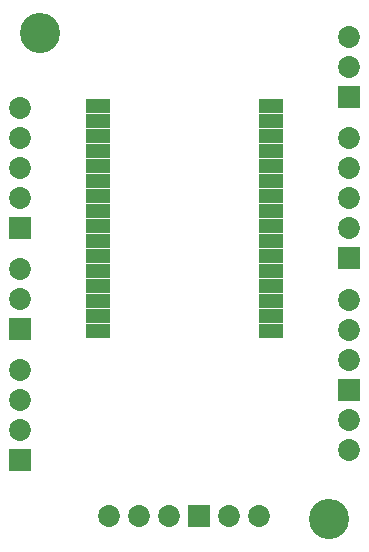
<source format=gts>
G04*
G04 #@! TF.GenerationSoftware,Altium Limited,Altium Designer,20.1.8 (145)*
G04*
G04 Layer_Color=8388736*
%FSLAX25Y25*%
%MOIN*%
G70*
G04*
G04 #@! TF.SameCoordinates,FF8AD340-37D9-483E-B564-930531A4ACC2*
G04*
G04*
G04 #@! TF.FilePolarity,Negative*
G04*
G01*
G75*
%ADD14R,0.08280X0.05013*%
%ADD15C,0.13398*%
%ADD16C,0.07300*%
%ADD17R,0.07300X0.07300*%
%ADD18R,0.07300X0.07300*%
D14*
X-28819Y68209D02*
D03*
Y23209D02*
D03*
Y18209D02*
D03*
Y13209D02*
D03*
Y8209D02*
D03*
Y3209D02*
D03*
Y-1791D02*
D03*
Y-6791D02*
D03*
X28819D02*
D03*
Y-1791D02*
D03*
Y3209D02*
D03*
X-28819Y63209D02*
D03*
X28819Y8209D02*
D03*
Y13209D02*
D03*
Y18209D02*
D03*
Y23209D02*
D03*
Y28209D02*
D03*
Y33209D02*
D03*
Y38209D02*
D03*
Y43209D02*
D03*
Y48209D02*
D03*
Y53209D02*
D03*
X-28819Y58209D02*
D03*
X28819D02*
D03*
Y63209D02*
D03*
Y68209D02*
D03*
X-28819Y53209D02*
D03*
Y48209D02*
D03*
Y43209D02*
D03*
Y38209D02*
D03*
Y33209D02*
D03*
Y28209D02*
D03*
D15*
X48327Y-69488D02*
D03*
X-48335Y92421D02*
D03*
D16*
X-54921Y-30000D02*
D03*
Y-40000D02*
D03*
Y-20000D02*
D03*
Y3779D02*
D03*
Y13780D02*
D03*
Y47559D02*
D03*
Y37559D02*
D03*
Y57559D02*
D03*
Y67559D02*
D03*
X-25276Y-68721D02*
D03*
X14724Y-68701D02*
D03*
X24724D02*
D03*
X-5276D02*
D03*
X-15276D02*
D03*
X54882Y57279D02*
D03*
Y47280D02*
D03*
Y27279D02*
D03*
Y37279D02*
D03*
X54843Y3500D02*
D03*
X54862Y-36500D02*
D03*
Y-46500D02*
D03*
Y-16500D02*
D03*
Y-6500D02*
D03*
X54921Y91059D02*
D03*
Y81059D02*
D03*
D17*
X-54921Y-50000D02*
D03*
Y-6221D02*
D03*
Y27559D02*
D03*
X54882Y17279D02*
D03*
X54862Y-26500D02*
D03*
X54921Y71059D02*
D03*
D18*
X4724Y-68701D02*
D03*
M02*

</source>
